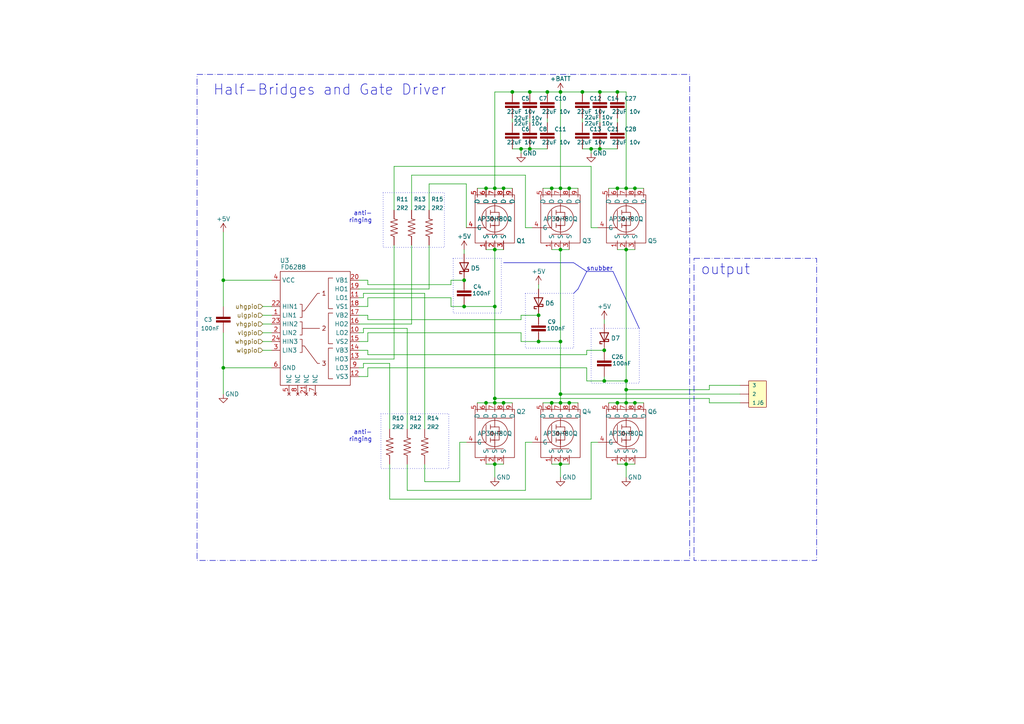
<source format=kicad_sch>
(kicad_sch (version 20231120) (generator "eeschema") (generator_version "8.0")
  (paper "A4")
  (lib_symbols
    (symbol "Device:D_Schottky" (pin_numbers hide) (pin_names (offset 1.016) hide)
      (property "Reference" "D" (at 0 2.54 0))
      (property "Value" "D_Schottky" (at 0 -2.54 0))
      (symbol "D_Schottky_0_1"
        (polyline (pts (xy 1.27 0) (xy -1.27 0)))
        (polyline (pts (xy 1.27 1.27) (xy 1.27 -1.27) (xy -1.27 0) (xy 1.27 1.27)) (stroke (width 0.254)))
        (polyline (pts (xy -1.905 0.635) (xy -1.905 1.27) (xy -1.27 1.27) (xy -1.27 -1.27) (xy -0.635 -1.27) (xy -0.635 -0.635)) (stroke (width 0.254)))
      )
      (symbol "D_Schottky_1_1"
        (pin passive line (at -3.81 0 0) (length 2.54) (name "K") (number "1"))
        (pin passive line (at 3.81 0 180) (length 2.54) (name "A") (number "2"))
      )
    )
    (symbol "motorgo_components:AP30H80Q"
      (property "Reference" "Q" (at -8.255 8.255 0))
      (symbol "AP30H80Q_0_1"
        (polyline (pts (xy -5.08 4.445) (xy 5.08 4.445)))
        (polyline (pts (xy -2.54 -4.445) (xy 2.54 -4.445)))
        (polyline (pts (xy -1.27 -1.27) (xy -1.27 -2.54)))
        (polyline (pts (xy -1.27 0.635) (xy -1.27 -0.635)))
        (polyline (pts (xy -1.27 2.54) (xy -1.27 1.27)))
        (polyline (pts (xy 0 -1.905) (xy 0 -4.445)))
        (polyline (pts (xy 0 1.905) (xy 0 4.445)))
        (polyline (pts (xy 0.635 0.635) (xy 1.905 0.635)))
        (polyline (pts (xy -0.635 0) (xy 0 0) (xy 0 -3.175)))
        (polyline (pts (xy 1.27 0.635) (xy 1.27 1.905) (xy 0 1.905)))
        (polyline (pts (xy -0.635 0.635) (xy -1.27 0) (xy -0.635 -0.635) (xy -0.635 0.635)))
        (polyline (pts (xy -5.715 -2.54) (xy -5.715 -2.54) (xy -5.715 -2.54) (xy -2.54 -2.54) (xy -2.54 2.54)))
        (polyline (pts (xy -0.635 -1.905) (xy 1.27 -1.905) (xy 1.27 0) (xy 0.635 0) (xy 1.27 0.635) (xy 1.905 0) (xy 1.27 0)))
        (circle (center 0 0) (radius 3.81))
      )
      (symbol "AP30H80Q_1_1"
        (rectangle (start -5.715 6.985) (end 5.715 -6.985))
        (polyline (pts (xy -1.27 -1.905) (xy 0 -1.905)))
        (polyline (pts (xy -1.27 1.905) (xy 0 1.905)))
        (pin input line (at -2.54 -8.89 90) (length 2.54) (name "S") (number "1"))
        (pin input line (at 0 -8.89 90) (length 2.54) (name "S") (number "2"))
        (pin input line (at 2.54 -8.89 90) (length 2.54) (name "S") (number "3"))
        (pin input line (at -8.255 -2.54 0) (length 2.54) (name "G") (number "4"))
        (pin input line (at -5.08 8.89 270) (length 2.54) (name "D") (number "5"))
        (pin input line (at -2.54 8.89 270) (length 2.54) (name "D") (number "6"))
        (pin input line (at 0 8.89 270) (length 2.54) (name "D") (number "7"))
        (pin input line (at 2.54 8.89 270) (length 2.54) (name "D") (number "8"))
        (pin input line (at 5.08 8.89 270) (length 2.54) (name "D") (number "9"))
      )
    )
    (symbol "motorgo_components:FD6288Q"
      (property "Reference" "U" (at -8.89 17.78 0))
      (symbol "FD6288Q_0_1"
        (rectangle (start -10.16 16.51) (end 10.16 -16.51))
        (polyline (pts (xy 5.08 -14.605) (xy 3.81 -14.605) (xy 3.81 -5.715) (xy 5.08 -5.715)))
        (polyline (pts (xy 5.08 -4.445) (xy 3.81 -4.445) (xy 3.81 4.445) (xy 5.08 4.445)))
        (polyline (pts (xy 5.08 5.715) (xy 3.81 5.715) (xy 3.81 14.605) (xy 5.08 14.605)))
      )
      (symbol "FD6288Q_1_1"
        (polyline (pts (xy -3.81 0) (xy 1.27 0)))
        (polyline (pts (xy -4.445 -6.985) (xy -3.81 -6.985) (xy -3.81 -3.175) (xy -4.445 -3.175)))
        (polyline (pts (xy -4.445 -1.905) (xy -3.81 -1.905) (xy -3.81 1.905) (xy -4.445 1.905)))
        (polyline (pts (xy -4.445 3.175) (xy -3.81 3.175) (xy -3.81 6.985) (xy -4.445 6.985)))
        (polyline (pts (xy -3.81 -5.08) (xy -3.175 -5.08) (xy 0.635 -10.16) (xy 1.27 -10.16)))
        (polyline (pts (xy -3.81 5.08) (xy -3.175 5.08) (xy 0.635 10.16) (xy 1.27 10.16)))
        (text "1" (at 2.54 10.16 0) (effects (font (size 1.27 1.27))))
        (text "2" (at 2.54 0 0) (effects (font (size 1.27 1.27))))
        (text "3" (at 2.54 -10.16 0) (effects (font (size 1.27 1.27))))
        (pin input line (at -12.7 3.81 0) (length 2.54) (name "LIN1") (number "1"))
        (pin output line (at 12.7 -1.27 180) (length 2.54) (name "LO2") (number "10"))
        (pin output line (at 12.7 8.89 180) (length 2.54) (name "LO1") (number "11"))
        (pin input line (at 12.7 -13.97 180) (length 2.54) (name "VS3") (number "12"))
        (pin output line (at 12.7 -8.89 180) (length 2.54) (name "HO3") (number "13"))
        (pin input line (at 12.7 -6.35 180) (length 2.54) (name "VB3") (number "14"))
        (pin input line (at 12.7 -3.81 180) (length 2.54) (name "VS2") (number "15"))
        (pin output line (at 12.7 1.27 180) (length 2.54) (name "HO2") (number "16"))
        (pin input line (at 12.7 3.81 180) (length 2.54) (name "VB2") (number "17"))
        (pin input line (at 12.7 6.35 180) (length 2.54) (name "VS1") (number "18"))
        (pin output line (at 12.7 11.43 180) (length 2.54) (name "HO1") (number "19"))
        (pin input line (at -12.7 -1.27 0) (length 2.54) (name "LIN2") (number "2"))
        (pin input line (at 12.7 13.97 180) (length 2.54) (name "VB1") (number "20"))
        (pin no_connect line (at -2.54 -19.05 90) (length 2.54) (name "NC") (number "21"))
        (pin input line (at -12.7 6.35 0) (length 2.54) (name "HIN1") (number "22"))
        (pin input line (at -12.7 1.27 0) (length 2.54) (name "HIN2") (number "23"))
        (pin input line (at -12.7 -3.81 0) (length 2.54) (name "HIN3") (number "24"))
        (pin input line (at -12.7 -6.35 0) (length 2.54) (name "LIN3") (number "3"))
        (pin power_in line (at -12.7 13.97 0) (length 2.54) (name "VCC") (number "4"))
        (pin no_connect line (at -7.62 -19.05 90) (length 2.54) (name "NC") (number "5"))
        (pin power_in line (at -12.7 -11.43 0) (length 2.54) (name "GND") (number "6"))
        (pin no_connect line (at 0 -19.05 90) (length 2.54) (name "NC") (number "7"))
        (pin no_connect line (at -5.08 -19.05 90) (length 2.54) (name "NC") (number "8"))
        (pin output line (at 12.7 -11.43 180) (length 2.54) (name "LO3") (number "9"))
      )
    )
    (symbol "power:+5V" (power) (pin_names (offset 0))
      (property "Value" "+5V" (at 0 3.556 0))
      (symbol "+5V_0_1"
        (polyline (pts (xy -0.762 1.27) (xy 0 2.54)))
        (polyline (pts (xy 0 0) (xy 0 2.54)))
        (polyline (pts (xy 0 2.54) (xy 0.762 1.27)))
      )
      (symbol "+5V_1_1"
        (pin power_in line (at 0 0 90) (length 0) hide (name "+5V") (number "1"))
      )
    )
    (symbol "power:+BATT" (power) (pin_names (offset 0))
      (property "Value" "+BATT" (at 0 3.556 0))
      (symbol "+BATT_0_1"
        (polyline (pts (xy -0.762 1.27) (xy 0 2.54)))
        (polyline (pts (xy 0 0) (xy 0 2.54)))
        (polyline (pts (xy 0 2.54) (xy 0.762 1.27)))
      )
      (symbol "+BATT_1_1"
        (pin power_in line (at 0 0 90) (length 0) hide (name "+BATT") (number "1"))
      )
    )
    (symbol "power:GND" (power) (pin_names (offset 0))
      (property "Value" "GND" (at 0 -3.81 0))
      (symbol "GND_0_1"
        (polyline (pts (xy 0 0) (xy 0 -1.27) (xy 1.27 -1.27) (xy 0 -2.54) (xy -1.27 -1.27) (xy 0 -1.27)))
      )
      (symbol "GND_1_1"
        (pin power_in line (at 0 0 270) (length 0) hide (name "GND") (number "1"))
      )
    )
    (symbol "sparkfun_capacitors:0.1UF-0402-16V-10%" (pin_numbers hide) (pin_names (offset 1.016) hide)
      (property "Reference" "C" (at 1.524 2.921 0))
      (property "Value" "0.1UF-0402-16V-10%" (at 1.524 -2.159 0))
      (property "Field4" "CAP-12416" (at 0 7.62 0))
      (symbol "0.1UF-0402-16V-10%_1_0"
        (polyline (pts (xy 0 0) (xy 0 0.508)))
        (polyline (pts (xy 0 2.54) (xy 0 2.032)))
      )
      (symbol "0.1UF-0402-16V-10%_1_1"
        (rectangle (start -2.032 0.508) (end 2.032 1.016) (fill (type outline)))
        (rectangle (start -2.032 1.524) (end 2.032 2.032) (fill (type outline)))
        (pin passive line (at 0 5.08 270) (length 2.54) (name "1") (number "1"))
        (pin passive line (at 0 -2.54 90) (length 2.54) (name "2") (number "2"))
      )
    )
    (symbol "sparkfun_connectors:CONN_03POLAR_LOCK" (pin_numbers hide) (pin_names (offset 1.016))
      (property "Reference" "J" (at -5.08 7.62 0))
      (property "Value" "CONN_03POLAR_LOCK" (at -5.08 -3.81 0))
      (property "Field4" "CONN-08625" (at 0 11.43 0))
      (symbol "CONN_03POLAR_LOCK_0_1"
        (rectangle (start -5.08 6.35) (end 0 -1.27) (fill (type background)))
      )
      (symbol "CONN_03POLAR_LOCK_1_1"
        (pin passive line (at 2.54 0 180) (length 2.54) (name "1") (number "1"))
        (pin passive line (at 2.54 2.54 180) (length 2.54) (name "2") (number "2"))
        (pin passive line (at 2.54 5.08 180) (length 2.54) (name "3") (number "3"))
      )
    )
    (symbol "sparkfun_resistors:RESISTOR0603" (pin_numbers hide) (pin_names (offset 1.016) hide)
      (property "Reference" "R" (at -5.08 1.27 0))
      (property "Value" "RESISTOR0603" (at -5.08 -3.81 0))
      (property "Field4" " " (at 0 5.08 0))
      (symbol "RESISTOR0603_1_0"
        (polyline (pts (xy -2.54 0) (xy -2.159 1.016)))
        (polyline (pts (xy -2.159 1.016) (xy -1.524 -1.016)))
        (polyline (pts (xy -1.524 -1.016) (xy -0.889 1.016)))
        (polyline (pts (xy -0.889 1.016) (xy -0.254 -1.016)))
        (polyline (pts (xy -0.254 -1.016) (xy 0.381 1.016)))
        (polyline (pts (xy 0.381 1.016) (xy 1.016 -1.016)))
        (polyline (pts (xy 1.016 -1.016) (xy 1.651 1.016)))
        (polyline (pts (xy 1.651 1.016) (xy 2.286 -1.016)))
        (polyline (pts (xy 2.286 -1.016) (xy 2.54 0)))
      )
      (symbol "RESISTOR0603_1_1"
        (pin passive line (at -5.08 0 0) (length 2.54) (name "1") (number "1"))
        (pin passive line (at 5.08 0 180) (length 2.54) (name "2") (number "2"))
      )
    )
  )
  (junction (at 64.77 81.28))
  (junction (at 156.21 91.44))
  (junction (at 179.07 116.84))
  (junction (at 158.75 26.67))
  (junction (at 148.59 26.67))
  (junction (at 143.51 54.61))
  (junction (at 181.61 134.62))
  (junction (at 143.51 88.9))
  (junction (at 160.02 54.61))
  (junction (at 165.1 116.84))
  (junction (at 179.07 26.67))
  (junction (at 165.1 54.61))
  (junction (at 175.26 101.6))
  (junction (at 179.07 54.61))
  (junction (at 64.77 106.68))
  (junction (at 181.61 116.84))
  (junction (at 156.21 99.06))
  (junction (at 151.13 43.18))
  (junction (at 146.05 54.61))
  (junction (at 168.91 26.67))
  (junction (at 162.56 54.61))
  (junction (at 162.56 72.39))
  (junction (at 160.02 116.84))
  (junction (at 173.99 43.18))
  (junction (at 143.51 72.39))
  (junction (at 162.56 26.67))
  (junction (at 162.56 99.06))
  (junction (at 162.56 114.3))
  (junction (at 181.61 72.39))
  (junction (at 173.99 26.67))
  (junction (at 181.61 110.49))
  (junction (at 162.56 134.62))
  (junction (at 175.26 110.49))
  (junction (at 146.05 116.84))
  (junction (at 181.61 54.61))
  (junction (at 153.67 43.18))
  (junction (at 184.15 116.84))
  (junction (at 184.15 54.61))
  (junction (at 140.97 116.84))
  (junction (at 143.51 134.62))
  (junction (at 134.62 81.28))
  (junction (at 171.45 43.18))
  (junction (at 181.61 113.03))
  (junction (at 143.51 116.84))
  (junction (at 140.97 54.61))
  (junction (at 134.62 88.9))
  (junction (at 153.67 26.67))
  (junction (at 162.56 116.84))
  (junction (at 143.51 115.57))
  (wire (pts (xy 106.68 82.55) (xy 106.68 81.28)))
  (wire (pts (xy 105.41 96.52) (xy 104.14 96.52)))
  (wire (pts (xy 124.46 53.34) (xy 135.255 53.34)))
  (wire (pts (xy 162.56 99.06) (xy 162.56 114.3)))
  (wire (pts (xy 160.02 134.62) (xy 162.56 134.62)))
  (wire (pts (xy 76.2 99.06) (xy 78.74 99.06)))
  (polyline (pts (xy 146.05 76.2) (xy 166.37 76.2)))
  (wire (pts (xy 106.68 109.22) (xy 106.68 106.68)))
  (wire (pts (xy 162.56 54.61) (xy 165.1 54.61)))
  (wire (pts (xy 114.3 60.96) (xy 114.3 48.26)))
  (wire (pts (xy 168.91 26.67) (xy 173.99 26.67)))
  (wire (pts (xy 184.15 116.84) (xy 186.69 116.84)))
  (wire (pts (xy 106.68 106.68) (xy 170.18 106.68)))
  (wire (pts (xy 205.74 111.76) (xy 214.63 111.76)))
  (wire (pts (xy 124.46 53.34) (xy 124.46 60.96)))
  (wire (pts (xy 171.45 144.78) (xy 113.03 144.78)))
  (wire (pts (xy 181.61 116.84) (xy 184.15 116.84)))
  (wire (pts (xy 162.56 114.3) (xy 162.56 116.84)))
  (wire (pts (xy 162.56 116.84) (xy 165.1 116.84)))
  (wire (pts (xy 181.61 113.03) (xy 205.74 113.03)))
  (wire (pts (xy 151.13 43.18) (xy 153.67 43.18)))
  (wire (pts (xy 146.05 54.61) (xy 148.59 54.61)))
  (wire (pts (xy 118.11 142.24) (xy 152.4 142.24)))
  (wire (pts (xy 105.41 95.25) (xy 118.11 95.25)))
  (wire (pts (xy 152.4 50.8) (xy 119.38 50.8)))
  (wire (pts (xy 173.99 34.29) (xy 173.99 35.56)))
  (wire (pts (xy 162.56 72.39) (xy 165.1 72.39)))
  (wire (pts (xy 64.77 96.52) (xy 64.77 106.68)))
  (wire (pts (xy 104.14 93.98) (xy 119.38 93.98)))
  (wire (pts (xy 158.75 26.67) (xy 162.56 26.67)))
  (wire (pts (xy 179.07 54.61) (xy 181.61 54.61)))
  (wire (pts (xy 151.13 92.71) (xy 151.13 91.44)))
  (wire (pts (xy 171.45 43.18) (xy 171.45 44.45)))
  (wire (pts (xy 76.2 91.44) (xy 78.74 91.44)))
  (wire (pts (xy 160.02 116.84) (xy 162.56 116.84)))
  (wire (pts (xy 106.68 82.55) (xy 130.81 82.55)))
  (wire (pts (xy 106.68 86.36) (xy 130.81 86.36)))
  (wire (pts (xy 123.19 139.7) (xy 123.19 134.62)))
  (wire (pts (xy 151.13 91.44) (xy 156.21 91.44)))
  (wire (pts (xy 105.41 86.36) (xy 104.14 86.36)))
  (wire (pts (xy 170.18 110.49) (xy 175.26 110.49)))
  (wire (pts (xy 179.07 116.84) (xy 181.61 116.84)))
  (wire (pts (xy 140.97 54.61) (xy 143.51 54.61)))
  (wire (pts (xy 175.26 110.49) (xy 181.61 110.49)))
  (wire (pts (xy 143.51 26.67) (xy 143.51 54.61)))
  (wire (pts (xy 104.14 83.82) (xy 124.46 83.82)))
  (wire (pts (xy 148.59 34.29) (xy 148.59 35.56)))
  (wire (pts (xy 171.45 48.26) (xy 171.45 66.04)))
  (wire (pts (xy 138.43 116.84) (xy 140.97 116.84)))
  (wire (pts (xy 143.51 26.67) (xy 148.59 26.67)))
  (wire (pts (xy 151.13 96.52) (xy 151.13 99.06)))
  (wire (pts (xy 143.51 116.84) (xy 146.05 116.84)))
  (wire (pts (xy 151.13 99.06) (xy 156.21 99.06)))
  (polyline (pts (xy 177.8 78.74) (xy 170.18 78.74)))
  (wire (pts (xy 179.07 72.39) (xy 181.61 72.39)))
  (wire (pts (xy 76.2 88.9) (xy 78.74 88.9)))
  (wire (pts (xy 106.68 81.28) (xy 104.14 81.28)))
  (wire (pts (xy 153.67 26.67) (xy 158.75 26.67)))
  (wire (pts (xy 156.21 82.55) (xy 156.21 83.82)))
  (wire (pts (xy 181.61 72.39) (xy 181.61 110.49)))
  (wire (pts (xy 205.74 116.84) (xy 205.74 115.57)))
  (wire (pts (xy 133.35 139.7) (xy 123.19 139.7)))
  (wire (pts (xy 146.05 116.84) (xy 148.59 116.84)))
  (wire (pts (xy 152.4 66.04) (xy 154.305 66.04)))
  (wire (pts (xy 170.18 102.87) (xy 170.18 101.6)))
  (wire (pts (xy 124.46 71.12) (xy 124.46 83.82)))
  (wire (pts (xy 140.97 72.39) (xy 143.51 72.39)))
  (wire (pts (xy 130.81 81.28) (xy 134.62 81.28)))
  (wire (pts (xy 78.74 81.28) (xy 64.77 81.28)))
  (wire (pts (xy 152.4 128.27) (xy 154.305 128.27)))
  (wire (pts (xy 153.67 34.29) (xy 153.67 35.56)))
  (wire (pts (xy 64.77 106.68) (xy 64.77 114.3)))
  (wire (pts (xy 76.2 96.52) (xy 78.74 96.52)))
  (wire (pts (xy 104.14 109.22) (xy 106.68 109.22)))
  (wire (pts (xy 152.4 128.27) (xy 152.4 142.24)))
  (wire (pts (xy 153.67 26.67) (xy 148.59 26.67)))
  (polyline (pts (xy 167.64 83.82) (xy 166.37 85.09)))
  (wire (pts (xy 143.51 134.62) (xy 146.05 134.62)))
  (wire (pts (xy 143.51 88.9) (xy 143.51 115.57)))
  (wire (pts (xy 114.3 104.14) (xy 114.3 71.12)))
  (wire (pts (xy 151.13 43.18) (xy 151.13 44.45)))
  (wire (pts (xy 181.61 134.62) (xy 181.61 138.43)))
  (wire (pts (xy 205.74 113.03) (xy 205.74 111.76)))
  (wire (pts (xy 184.15 54.61) (xy 186.69 54.61)))
  (wire (pts (xy 143.51 134.62) (xy 143.51 138.43)))
  (wire (pts (xy 106.68 88.9) (xy 104.14 88.9)))
  (wire (pts (xy 171.45 66.04) (xy 173.355 66.04)))
  (wire (pts (xy 134.62 72.39) (xy 134.62 73.66)))
  (wire (pts (xy 158.75 34.29) (xy 158.75 35.56)))
  (wire (pts (xy 133.35 128.27) (xy 135.255 128.27)))
  (wire (pts (xy 64.77 106.68) (xy 78.74 106.68)))
  (wire (pts (xy 119.38 50.8) (xy 119.38 60.96)))
  (wire (pts (xy 181.61 113.03) (xy 181.61 116.84)))
  (wire (pts (xy 165.1 116.84) (xy 167.64 116.84)))
  (wire (pts (xy 157.48 116.84) (xy 160.02 116.84)))
  (wire (pts (xy 175.26 109.22) (xy 175.26 110.49)))
  (wire (pts (xy 181.61 134.62) (xy 184.15 134.62)))
  (wire (pts (xy 171.45 128.27) (xy 171.45 144.78)))
  (wire (pts (xy 162.56 26.67) (xy 168.91 26.67)))
  (wire (pts (xy 106.68 92.71) (xy 151.13 92.71)))
  (wire (pts (xy 179.07 34.29) (xy 179.07 35.56)))
  (wire (pts (xy 152.4 50.8) (xy 152.4 66.04)))
  (wire (pts (xy 173.99 26.67) (xy 179.07 26.67)))
  (wire (pts (xy 64.77 81.28) (xy 64.77 67.31)))
  (wire (pts (xy 181.61 110.49) (xy 181.61 113.03)))
  (wire (pts (xy 173.99 43.18) (xy 179.07 43.18)))
  (wire (pts (xy 104.14 99.06) (xy 106.68 99.06)))
  (wire (pts (xy 181.61 26.67) (xy 179.07 26.67)))
  (wire (pts (xy 171.45 128.27) (xy 173.355 128.27)))
  (wire (pts (xy 176.53 116.84) (xy 179.07 116.84)))
  (wire (pts (xy 123.19 124.46) (xy 123.19 85.09)))
  (wire (pts (xy 104.14 101.6) (xy 106.68 101.6)))
  (wire (pts (xy 105.41 105.41) (xy 105.41 106.68)))
  (wire (pts (xy 143.51 115.57) (xy 205.74 115.57)))
  (wire (pts (xy 168.91 34.29) (xy 168.91 35.56)))
  (wire (pts (xy 130.81 88.9) (xy 134.62 88.9)))
  (wire (pts (xy 162.56 72.39) (xy 162.56 99.06)))
  (wire (pts (xy 106.68 86.36) (xy 106.68 88.9)))
  (wire (pts (xy 76.2 93.98) (xy 78.74 93.98)))
  (polyline (pts (xy 166.37 76.2) (xy 170.18 78.74)))
  (wire (pts (xy 156.21 99.06) (xy 162.56 99.06)))
  (wire (pts (xy 113.03 105.41) (xy 105.41 105.41)))
  (wire (pts (xy 106.68 96.52) (xy 151.13 96.52)))
  (wire (pts (xy 104.14 104.14) (xy 114.3 104.14)))
  (wire (pts (xy 113.03 124.46) (xy 113.03 105.41)))
  (wire (pts (xy 140.97 134.62) (xy 143.51 134.62)))
  (wire (pts (xy 143.51 72.39) (xy 146.05 72.39)))
  (wire (pts (xy 123.19 85.09) (xy 105.41 85.09)))
  (wire (pts (xy 104.14 91.44) (xy 106.68 91.44)))
  (wire (pts (xy 104.14 106.68) (xy 105.41 106.68)))
  (wire (pts (xy 106.68 101.6) (xy 106.68 102.87)))
  (wire (pts (xy 160.02 54.61) (xy 162.56 54.61)))
  (wire (pts (xy 160.02 72.39) (xy 162.56 72.39)))
  (wire (pts (xy 181.61 54.61) (xy 184.15 54.61)))
  (wire (pts (xy 133.35 128.27) (xy 133.35 139.7)))
  (wire (pts (xy 179.07 134.62) (xy 181.61 134.62)))
  (wire (pts (xy 176.53 54.61) (xy 179.07 54.61)))
  (wire (pts (xy 168.91 43.18) (xy 171.45 43.18)))
  (wire (pts (xy 113.03 144.78) (xy 113.03 134.62)))
  (wire (pts (xy 105.41 95.25) (xy 105.41 96.52)))
  (wire (pts (xy 106.68 91.44) (xy 106.68 92.71)))
  (wire (pts (xy 118.11 95.25) (xy 118.11 124.46)))
  (wire (pts (xy 175.26 92.71) (xy 175.26 93.98)))
  (wire (pts (xy 143.51 115.57) (xy 143.51 116.84)))
  (polyline (pts (xy 167.64 83.82) (xy 170.18 78.74)))
  (wire (pts (xy 138.43 54.61) (xy 140.97 54.61)))
  (wire (pts (xy 140.97 116.84) (xy 143.51 116.84)))
  (wire (pts (xy 106.68 102.87) (xy 170.18 102.87)))
  (wire (pts (xy 157.48 54.61) (xy 160.02 54.61)))
  (wire (pts (xy 170.18 101.6) (xy 175.26 101.6)))
  (wire (pts (xy 162.56 26.67) (xy 162.56 54.61)))
  (wire (pts (xy 162.56 114.3) (xy 214.63 114.3)))
  (wire (pts (xy 76.2 101.6) (xy 78.74 101.6)))
  (wire (pts (xy 153.67 43.18) (xy 158.75 43.18)))
  (wire (pts (xy 148.59 43.18) (xy 151.13 43.18)))
  (wire (pts (xy 118.11 134.62) (xy 118.11 142.24)))
  (polyline (pts (xy 185.42 95.25) (xy 177.8 78.74)))
  (wire (pts (xy 181.61 26.67) (xy 181.61 54.61)))
  (wire (pts (xy 162.56 134.62) (xy 165.1 134.62)))
  (wire (pts (xy 106.68 99.06) (xy 106.68 96.52)))
  (wire (pts (xy 181.61 72.39) (xy 184.15 72.39)))
  (wire (pts (xy 130.81 82.55) (xy 130.81 81.28)))
  (wire (pts (xy 143.51 54.61) (xy 146.05 54.61)))
  (wire (pts (xy 171.45 43.18) (xy 173.99 43.18)))
  (wire (pts (xy 64.77 81.28) (xy 64.77 88.9)))
  (wire (pts (xy 205.74 116.84) (xy 214.63 116.84)))
  (wire (pts (xy 105.41 85.09) (xy 105.41 86.36)))
  (wire (pts (xy 135.255 53.34) (xy 135.255 66.04)))
  (wire (pts (xy 170.18 106.68) (xy 170.18 110.49)))
  (wire (pts (xy 114.3 48.26) (xy 171.45 48.26)))
  (wire (pts (xy 143.51 72.39) (xy 143.51 88.9)))
  (wire (pts (xy 165.1 54.61) (xy 167.64 54.61)))
  (wire (pts (xy 162.56 134.62) (xy 162.56 138.43)))
  (wire (pts (xy 130.81 86.36) (xy 130.81 88.9)))
  (wire (pts (xy 119.38 71.12) (xy 119.38 93.98)))
  (wire (pts (xy 134.62 88.9) (xy 143.51 88.9)))
  (rectangle (start 201.295 74.93) (end 236.855 162.56) (stroke (width 0) (type dash_dot)))
  (rectangle (start 111.125 55.88) (end 128.905 71.755) (stroke (width 0) (type dot)))
  (rectangle (start 152.4 85.09) (end 166.37 100.965) (stroke (width 0) (type dot)))
  (rectangle (start 57.15 21.59) (end 200.025 162.56) (stroke (width 0) (type dash_dot)))
  (rectangle (start 131.445 74.93) (end 145.415 90.805) (stroke (width 0) (type dot)))
  (rectangle (start 171.45 95.25) (end 185.42 111.125) (stroke (width 0) (type dot)))
  (rectangle (start 110.49 120.015) (end 130.175 135.89) (stroke (width 0) (type dot)))
  (text "output" (at 203.2 80.01 0) (effects (font (size 3 3)) (justify left bottom)))
  (text "anti-\nringing" (at 107.95 128.27 0) (effects (font (size 1.27 1.27)) (justify right bottom)))
  (text "Half-Bridges and Gate Driver\n" (at 129.54 27.94 0) (effects (font (size 3 3)) (justify right bottom)))
  (text "anti-\nringing" (at 107.95 64.77 0) (effects (font (size 1.27 1.27)) (justify right bottom)))
  (text "snubber\n" (at 177.8 78.74 0) (effects (font (size 1.27 1.27)) (justify right bottom)))
  (hierarchical_label "ulgpio" (shape input) (at 76.2 91.44 180))
  (hierarchical_label "vhgpio" (shape input) (at 76.2 93.98 180))
  (hierarchical_label "uhgpio" (shape input) (at 76.2 88.9 180))
  (hierarchical_label "vlgpio" (shape input) (at 76.2 96.52 180))
  (hierarchical_label "wlgpio" (shape input) (at 76.2 101.6 180))
  (hierarchical_label "whgpio" (shape input) (at 76.2 99.06 180))
  (symbol (lib_id "sparkfun_connectors:CONN_03POLAR_LOCK") (at 217.17 116.84 0) (mirror y) (unit 1)
    (property "Reference" "J6" (at 219.4531 116.814 0) (effects (font (size 1.143 1.143)) (justify right)))
    (property "Value" "DNP" (effects (hide yes)))
    (property "Footprint" "Awesome_Alex_Library:3 phase motor" (effects (hide yes)))
    (property "Field4" "CONN-08625" (effects (hide yes)))
    (property "LCSC_Part_Number" "-" (effects (hide yes)))
  )
  (symbol (lib_id "motorgo_components:AP30H80Q") (at 162.56 125.73 0) (unit 1)
    (property "Reference" "Q4" (at 170.18 119.38 0))
    (property "Value" "AP30H80Q" (at 162.56 125.73 0))
    (property "Footprint" "kicad_lceda:AP30H80Q_DFN-8" (effects (hide yes)))
    (property "Datasheet" "https://datasheet.lcsc.com/lcsc/2105241819_ALLPOWER-ShenZhen-Quan-Li-Semiconductor-AP30H80Q_C2828592.pdf" (effects (hide yes)))
    (property "LCSC_Part_Number" "C2828592" (effects (hide yes)))
  )
  (symbol (lib_id "sparkfun_resistors:RESISTOR0603") (at 123.19 129.54 90) (unit 1)
    (property "Reference" "R14" (at 123.825 121.285 90) (effects (font (size 1.143 1.143)) (justify right)))
    (property "Value" "2R2" (at 123.825 123.825 90) (effects (font (size 1.143 1.143)) (justify right)))
    (property "Footprint" "Resistor_SMD:R_0402_1005Metric" (effects (hide yes)))
    (property "Field4" " " (at 125.73 132.715 90) (effects (font (size 1.524 1.524)) (justify right)))
    (property "LCSC_Part_Number" "C25158" (effects (hide yes)))
  )
  (symbol (lib_id "sparkfun_capacitors:0.1UF-0402-16V-10%") (at 179.07 29.21 180) (unit 1)
    (property "Reference" "C27" (at 182.88 28.575 0) (effects (font (size 1.143 1.143))))
    (property "Value" "22uF 10v" (at 181.61 32.385 0) (effects (font (size 1.143 1.143))))
    (property "Footprint" "Capacitor_SMD:C_0402_1005Metric" (effects (hide yes)))
    (property "Datasheet" "https://datasheet.lcsc.com/lcsc/2308111745_Murata-Electronics-GRM158R61A226ME15D_C3845593.pdf" (effects (hide yes)))
    (property "Field4" "CAP-12416" (effects (hide yes)))
    (property "LCSC_Part_Number" "C3845593" (effects (hide yes)))
  )
  (symbol (lib_id "power:GND") (at 143.51 138.43 0) (unit 1)
    (property "Reference" "#PWR032" (effects (hide yes)))
    (property "Value" "GND" (at 146.05 138.43 0))
  )
  (symbol (lib_id "motorgo_components:AP30H80Q") (at 181.61 63.5 0) (unit 1)
    (property "Reference" "Q5" (at 189.23 69.85 0))
    (property "Value" "AP30H80Q" (at 181.61 63.5 0))
    (property "Footprint" "kicad_lceda:AP30H80Q_DFN-8" (effects (hide yes)))
    (property "Datasheet" "https://datasheet.lcsc.com/lcsc/2105241819_ALLPOWER-ShenZhen-Quan-Li-Semiconductor-AP30H80Q_C2828592.pdf" (effects (hide yes)))
    (property "LCSC_Part_Number" "C2828592" (effects (hide yes)))
  )
  (symbol (lib_id "motorgo_components:FD6288Q") (at 91.44 95.25 0) (unit 1)
    (property "Reference" "U3" (at 82.55 75.565 0))
    (property "Value" "FD6288" (at 85.09 77.47 0))
    (property "Footprint" "kicad_lceda:FD6288Q_QFN-24" (effects (hide yes)))
    (property "Datasheet" "https://datasheet.lcsc.com/lcsc/1811131655_Fortior-Tech-FD6288Q_C328453.pdf" (effects (hide yes)))
    (property "LCSC_Part_Number" "C328453" (effects (hide yes)))
  )
  (symbol (lib_id "motorgo_components:AP30H80Q") (at 181.61 125.73 0) (unit 1)
    (property "Reference" "Q6" (at 189.23 119.38 0))
    (property "Value" "AP30H80Q" (at 181.61 125.73 0))
    (property "Footprint" "kicad_lceda:AP30H80Q_DFN-8" (effects (hide yes)))
    (property "Datasheet" "https://datasheet.lcsc.com/lcsc/2105241819_ALLPOWER-ShenZhen-Quan-Li-Semiconductor-AP30H80Q_C2828592.pdf" (effects (hide yes)))
    (property "LCSC_Part_Number" "C2828592" (effects (hide yes)))
  )
  (symbol (lib_id "sparkfun_capacitors:0.1UF-0402-16V-10%") (at 168.91 29.21 180) (unit 1)
    (property "Reference" "C12" (at 172.72 28.575 0) (effects (font (size 1.143 1.143))))
    (property "Value" "22uF 10v" (at 171.45 32.385 0) (effects (font (size 1.143 1.143))))
    (property "Footprint" "Capacitor_SMD:C_0402_1005Metric" (effects (hide yes)))
    (property "Datasheet" "https://datasheet.lcsc.com/lcsc/2308111745_Murata-Electronics-GRM158R61A226ME15D_C3845593.pdf" (effects (hide yes)))
    (property "Field4" "CAP-12416" (effects (hide yes)))
    (property "LCSC_Part_Number" "C3845593" (effects (hide yes)))
  )
  (symbol (lib_id "sparkfun_capacitors:0.1UF-0402-16V-10%") (at 179.07 38.1 180) (unit 1)
    (property "Reference" "C28" (at 182.88 37.465 0) (effects (font (size 1.143 1.143))))
    (property "Value" "22uF 10v" (at 181.61 41.275 0) (effects (font (size 1.143 1.143))))
    (property "Footprint" "Capacitor_SMD:C_0402_1005Metric" (effects (hide yes)))
    (property "Datasheet" "https://datasheet.lcsc.com/lcsc/2308111745_Murata-Electronics-GRM158R61A226ME15D_C3845593.pdf" (effects (hide yes)))
    (property "Field4" "CAP-12416" (effects (hide yes)))
    (property "LCSC_Part_Number" "C3845593" (effects (hide yes)))
  )
  (symbol (lib_id "power:GND") (at 64.77 114.3 0) (unit 1)
    (property "Reference" "#PWR030" (effects (hide yes)))
    (property "Value" "GND" (at 67.31 114.3 0))
  )
  (symbol (lib_id "power:GND") (at 171.45 44.45 0) (unit 1)
    (property "Reference" "#PWR037" (effects (hide yes)))
    (property "Value" "GND" (at 173.99 44.45 0))
  )
  (symbol (lib_id "sparkfun_resistors:RESISTOR0603") (at 118.11 129.54 90) (unit 1)
    (property "Reference" "R12" (at 118.745 121.285 90) (effects (font (size 1.143 1.143)) (justify right)))
    (property "Value" "2R2" (at 118.745 123.825 90) (effects (font (size 1.143 1.143)) (justify right)))
    (property "Footprint" "Resistor_SMD:R_0402_1005Metric" (effects (hide yes)))
    (property "Field4" " " (at 120.65 132.715 90) (effects (font (size 1.524 1.524)) (justify right)))
    (property "LCSC_Part_Number" "C25158" (effects (hide yes)))
  )
  (symbol (lib_id "sparkfun_capacitors:0.1UF-0402-16V-10%") (at 153.67 29.21 180) (unit 1)
    (property "Reference" "C7" (at 157.48 28.575 0) (effects (font (size 1.143 1.143))))
    (property "Value" "22uF 10v" (at 153.162 34.29 0) (effects (font (size 1.143 1.143))))
    (property "Footprint" "Capacitor_SMD:C_0402_1005Metric" (effects (hide yes)))
    (property "Datasheet" "https://datasheet.lcsc.com/lcsc/2308111745_Murata-Electronics-GRM158R61A226ME15D_C3845593.pdf" (effects (hide yes)))
    (property "Field4" "CAP-12416" (effects (hide yes)))
    (property "LCSC_Part_Number" "C3845593" (effects (hide yes)))
  )
  (symbol (lib_id "sparkfun_capacitors:0.1UF-0402-16V-10%") (at 175.26 104.14 180) (unit 1)
    (property "Reference" "C26" (at 179.07 103.505 0) (effects (font (size 1.143 1.143))))
    (property "Value" "100nF" (at 180.34 105.41 0) (effects (font (size 1.143 1.143))))
    (property "Footprint" "Capacitor_SMD:C_0402_1005Metric" (effects (hide yes)))
    (property "Datasheet" "https://datasheet.lcsc.com/lcsc/2203221430_YAGEO-CC0402KRX7R7BB104_C60474.pdf" (effects (hide yes)))
    (property "Field4" "CAP-12416" (effects (hide yes)))
    (property "LCSC_Part_Number" "C60474" (effects (hide yes)))
    (property "Manufacturer_Part_Number" "CC0402KRX7R7BB104" (effects (hide yes)))
  )
  (symbol (lib_id "power:GND") (at 162.56 138.43 0) (unit 1)
    (property "Reference" "#PWR036" (effects (hide yes)))
    (property "Value" "GND" (at 165.1 138.43 0))
  )
  (symbol (lib_id "sparkfun_capacitors:0.1UF-0402-16V-10%") (at 148.59 38.1 180) (unit 1)
    (property "Reference" "C6" (at 152.4 37.465 0) (effects (font (size 1.143 1.143))))
    (property "Value" "22uF 10v" (at 151.13 41.275 0) (effects (font (size 1.143 1.143))))
    (property "Footprint" "Capacitor_SMD:C_0402_1005Metric" (effects (hide yes)))
    (property "Datasheet" "https://datasheet.lcsc.com/lcsc/2308111745_Murata-Electronics-GRM158R61A226ME15D_C3845593.pdf" (effects (hide yes)))
    (property "Field4" "CAP-12416" (effects (hide yes)))
    (property "LCSC_Part_Number" "C3845593" (effects (hide yes)))
  )
  (symbol (lib_id "power:+5V") (at 175.26 92.71 0) (unit 1)
    (property "Reference" "#PWR039" (effects (hide yes)))
    (property "Value" "+5V" (at 175.26 88.9 0))
  )
  (symbol (lib_id "power:GND") (at 151.13 44.45 0) (unit 1)
    (property "Reference" "#PWR033" (effects (hide yes)))
    (property "Value" "GND" (at 153.67 44.45 0))
  )
  (symbol (lib_id "sparkfun_capacitors:0.1UF-0402-16V-10%") (at 64.77 93.98 0) (unit 1)
    (property "Reference" "C3" (at 60.325 92.71 0) (effects (font (size 1.143 1.143))))
    (property "Value" "100nF" (at 60.96 95.25 0) (effects (font (size 1.143 1.143))))
    (property "Footprint" "Capacitor_SMD:C_0402_1005Metric" (effects (hide yes)))
    (property "Datasheet" "https://datasheet.lcsc.com/lcsc/2203221430_YAGEO-CC0402KRX7R7BB104_C60474.pdf" (effects (hide yes)))
    (property "Field4" "CAP-12416" (effects (hide yes)))
    (property "LCSC_Part_Number" "C60474" (effects (hide yes)))
    (property "Manufacturer_Part_Number" "CC0402KRX7R7BB104" (effects (hide yes)))
  )
  (symbol (lib_id "sparkfun_capacitors:0.1UF-0402-16V-10%") (at 158.75 38.1 180) (unit 1)
    (property "Reference" "C11" (at 162.56 37.465 0) (effects (font (size 1.143 1.143))))
    (property "Value" "22uF 10v" (at 161.29 41.275 0) (effects (font (size 1.143 1.143))))
    (property "Footprint" "Capacitor_SMD:C_0402_1005Metric" (effects (hide yes)))
    (property "Datasheet" "https://datasheet.lcsc.com/lcsc/2308111745_Murata-Electronics-GRM158R61A226ME15D_C3845593.pdf" (effects (hide yes)))
    (property "Field4" "CAP-12416" (effects (hide yes)))
    (property "LCSC_Part_Number" "C3845593" (effects (hide yes)))
  )
  (symbol (lib_id "sparkfun_capacitors:0.1UF-0402-16V-10%") (at 153.67 38.1 180) (unit 1)
    (property "Reference" "C8" (at 157.48 37.465 0) (effects (font (size 1.143 1.143))))
    (property "Value" "22uF 10v" (at 153.162 35.814 0) (effects (font (size 1.143 1.143))))
    (property "Footprint" "Capacitor_SMD:C_0402_1005Metric" (effects (hide yes)))
    (property "Datasheet" "https://datasheet.lcsc.com/lcsc/2308111745_Murata-Electronics-GRM158R61A226ME15D_C3845593.pdf" (effects (hide yes)))
    (property "Field4" "CAP-12416" (effects (hide yes)))
    (property "LCSC_Part_Number" "C3845593" (effects (hide yes)))
  )
  (symbol (lib_id "power:+5V") (at 64.77 67.31 0) (unit 1)
    (property "Reference" "#PWR029" (effects (hide yes)))
    (property "Value" "+5V" (at 64.77 63.5 0))
  )
  (symbol (lib_id "sparkfun_capacitors:0.1UF-0402-16V-10%") (at 173.99 38.1 180) (unit 1)
    (property "Reference" "C21" (at 177.8 37.465 0) (effects (font (size 1.143 1.143))))
    (property "Value" "22uF 10v" (at 173.609 35.814 0) (effects (font (size 1.143 1.143))))
    (property "Footprint" "Capacitor_SMD:C_0402_1005Metric" (effects (hide yes)))
    (property "Datasheet" "https://datasheet.lcsc.com/lcsc/2308111745_Murata-Electronics-GRM158R61A226ME15D_C3845593.pdf" (effects (hide yes)))
    (property "Field4" "CAP-12416" (effects (hide yes)))
    (property "LCSC_Part_Number" "C3845593" (effects (hide yes)))
  )
  (symbol (lib_id "motorgo_components:AP30H80Q") (at 143.51 125.73 0) (unit 1)
    (property "Reference" "Q2" (at 151.13 119.38 0))
    (property "Value" "AP30H80Q" (at 143.51 125.73 0))
    (property "Footprint" "kicad_lceda:AP30H80Q_DFN-8" (effects (hide yes)))
    (property "Datasheet" "https://datasheet.lcsc.com/lcsc/2105241819_ALLPOWER-ShenZhen-Quan-Li-Semiconductor-AP30H80Q_C2828592.pdf" (effects (hide yes)))
    (property "LCSC_Part_Number" "C2828592" (effects (hide yes)))
  )
  (symbol (lib_id "Device:D_Schottky") (at 156.21 87.63 90) (unit 1)
    (property "Reference" "D6" (at 158.115 87.9475 90) (effects (justify right)))
    (property "Value" "D_Schottky" (effects (hide yes)))
    (property "Footprint" "LCSC_parts:B5819WS_SOD-323" (effects (hide yes)))
    (property "LCSC_Part_Number" "C7420331" (effects (hide yes)))
  )
  (symbol (lib_id "power:+5V") (at 134.62 72.39 0) (unit 1)
    (property "Reference" "#PWR031" (effects (hide yes)))
    (property "Value" "+5V" (at 134.62 68.58 0))
  )
  (symbol (lib_id "sparkfun_resistors:RESISTOR0603") (at 114.3 66.04 90) (unit 1)
    (property "Reference" "R11" (at 114.935 57.785 90) (effects (font (size 1.143 1.143)) (justify right)))
    (property "Value" "2R2" (at 114.935 60.325 90) (effects (font (size 1.143 1.143)) (justify right)))
    (property "Footprint" "Resistor_SMD:R_0402_1005Metric" (effects (hide yes)))
    (property "Field4" " " (at 116.84 69.215 90) (effects (font (size 1.524 1.524)) (justify right)))
    (property "LCSC_Part_Number" "C25158" (effects (hide yes)))
  )
  (symbol (lib_id "motorgo_components:AP30H80Q") (at 143.51 63.5 0) (unit 1)
    (property "Reference" "Q1" (at 151.13 69.85 0))
    (property "Value" "AP30H80Q" (at 143.51 63.5 0))
    (property "Footprint" "kicad_lceda:AP30H80Q_DFN-8" (effects (hide yes)))
    (property "Datasheet" "https://datasheet.lcsc.com/lcsc/2105241819_ALLPOWER-ShenZhen-Quan-Li-Semiconductor-AP30H80Q_C2828592.pdf" (effects (hide yes)))
    (property "LCSC_Part_Number" "C2828592" (effects (hide yes)))
  )
  (symbol (lib_id "sparkfun_capacitors:0.1UF-0402-16V-10%") (at 173.99 29.21 180) (unit 1)
    (property "Reference" "C14" (at 177.8 28.575 0) (effects (font (size 1.143 1.143))))
    (property "Value" "22uF 10v" (at 173.609 34.036 0) (effects (font (size 1.143 1.143))))
    (property "Footprint" "Capacitor_SMD:C_0402_1005Metric" (effects (hide yes)))
    (property "Datasheet" "https://datasheet.lcsc.com/lcsc/2308111745_Murata-Electronics-GRM158R61A226ME15D_C3845593.pdf" (effects (hide yes)))
    (property "Field4" "CAP-12416" (effects (hide yes)))
    (property "LCSC_Part_Number" "C3845593" (effects (hide yes)))
  )
  (symbol (lib_id "sparkfun_capacitors:0.1UF-0402-16V-10%") (at 156.21 93.98 180) (unit 1)
    (property "Reference" "C9" (at 160.02 93.345 0) (effects (font (size 1.143 1.143))))
    (property "Value" "100nF" (at 161.29 95.25 0) (effects (font (size 1.143 1.143))))
    (property "Footprint" "Capacitor_SMD:C_0402_1005Metric" (effects (hide yes)))
    (property "Datasheet" "https://datasheet.lcsc.com/lcsc/2203221430_YAGEO-CC0402KRX7R7BB104_C60474.pdf" (effects (hide yes)))
    (property "Field4" "CAP-12416" (effects (hide yes)))
    (property "LCSC_Part_Number" "C60474" (effects (hide yes)))
    (property "Manufacturer_Part_Number" "CC0402KRX7R7BB104" (effects (hide yes)))
  )
  (symbol (lib_id "sparkfun_capacitors:0.1UF-0402-16V-10%") (at 158.75 29.21 180) (unit 1)
    (property "Reference" "C10" (at 162.56 28.575 0) (effects (font (size 1.143 1.143))))
    (property "Value" "22uF 10v" (at 161.29 32.385 0) (effects (font (size 1.143 1.143))))
    (property "Footprint" "Capacitor_SMD:C_0402_1005Metric" (effects (hide yes)))
    (property "Datasheet" "https://datasheet.lcsc.com/lcsc/2308111745_Murata-Electronics-GRM158R61A226ME15D_C3845593.pdf" (effects (hide yes)))
    (property "Field4" "CAP-12416" (effects (hide yes)))
    (property "LCSC_Part_Number" "C3845593" (effects (hide yes)))
  )
  (symbol (lib_id "power:+5V") (at 156.21 82.55 0) (unit 1)
    (property "Reference" "#PWR034" (effects (hide yes)))
    (property "Value" "+5V" (at 156.21 78.74 0))
  )
  (symbol (lib_id "sparkfun_resistors:RESISTOR0603") (at 119.38 66.04 90) (unit 1)
    (property "Reference" "R13" (at 120.015 57.785 90) (effects (font (size 1.143 1.143)) (justify right)))
    (property "Value" "2R2" (at 120.015 60.325 90) (effects (font (size 1.143 1.143)) (justify right)))
    (property "Footprint" "Resistor_SMD:R_0402_1005Metric" (effects (hide yes)))
    (property "Field4" " " (at 121.92 69.215 90) (effects (font (size 1.524 1.524)) (justify right)))
    (property "LCSC_Part_Number" "C25158" (effects (hide yes)))
  )
  (symbol (lib_id "sparkfun_capacitors:0.1UF-0402-16V-10%") (at 134.62 83.82 180) (unit 1)
    (property "Reference" "C4" (at 138.43 83.185 0) (effects (font (size 1.143 1.143))))
    (property "Value" "100nF" (at 139.7 85.09 0) (effects (font (size 1.143 1.143))))
    (property "Footprint" "Capacitor_SMD:C_0402_1005Metric" (effects (hide yes)))
    (property "Datasheet" "https://datasheet.lcsc.com/lcsc/2203221430_YAGEO-CC0402KRX7R7BB104_C60474.pdf" (effects (hide yes)))
    (property "Field4" "CAP-12416" (effects (hide yes)))
    (property "LCSC_Part_Number" "C60474" (effects (hide yes)))
    (property "Manufacturer_Part_Number" "CC0402KRX7R7BB104" (effects (hide yes)))
  )
  (symbol (lib_id "Device:D_Schottky") (at 134.62 77.47 90) (unit 1)
    (property "Reference" "D5" (at 136.525 77.7875 90) (effects (justify right)))
    (property "Value" "D_Schottky" (effects (hide yes)))
    (property "Footprint" "LCSC_parts:B5819WS_SOD-323" (effects (hide yes)))
    (property "LCSC_Part_Number" "C7420331" (effects (hide yes)))
  )
  (symbol (lib_id "Device:D_Schottky") (at 175.26 97.79 90) (unit 1)
    (property "Reference" "D7" (at 177.165 98.1075 90) (effects (justify right)))
    (property "Value" "D_Schottky" (effects (hide yes)))
    (property "Footprint" "LCSC_parts:B5819WS_SOD-323" (effects (hide yes)))
    (property "LCSC_Part_Number" "C7420331" (effects (hide yes)))
  )
  (symbol (lib_id "sparkfun_resistors:RESISTOR0603") (at 124.46 66.04 90) (unit 1)
    (property "Reference" "R15" (at 125.095 57.785 90) (effects (font (size 1.143 1.143)) (justify right)))
    (property "Value" "2R2" (at 125.095 60.325 90) (effects (font (size 1.143 1.143)) (justify right)))
    (property "Footprint" "Resistor_SMD:R_0402_1005Metric" (effects (hide yes)))
    (property "Field4" " " (at 127 69.215 90) (effects (font (size 1.524 1.524)) (justify right)))
    (property "LCSC_Part_Number" "C25158" (effects (hide yes)))
  )
  (symbol (lib_id "motorgo_components:AP30H80Q") (at 162.56 63.5 0) (unit 1)
    (property "Reference" "Q3" (at 170.18 69.85 0))
    (property "Value" "AP30H80Q" (at 162.56 63.5 0))
    (property "Footprint" "kicad_lceda:AP30H80Q_DFN-8" (effects (hide yes)))
    (property "Datasheet" "https://datasheet.lcsc.com/lcsc/2105241819_ALLPOWER-ShenZhen-Quan-Li-Semiconductor-AP30H80Q_C2828592.pdf" (effects (hide yes)))
    (property "LCSC_Part_Number" "C2828592" (effects (hide yes)))
  )
  (symbol (lib_id "sparkfun_resistors:RESISTOR0603") (at 113.03 129.54 90) (unit 1)
    (property "Reference" "R10" (at 113.665 121.285 90) (effects (font (size 1.143 1.143)) (justify right)))
    (property "Value" "2R2" (at 113.665 123.825 90) (effects (font (size 1.143 1.143)) (justify right)))
    (property "Footprint" "Resistor_SMD:R_0402_1005Metric" (effects (hide yes)))
    (property "Field4" " " (at 115.57 132.715 90) (effects (font (size 1.524 1.524)) (justify right)))
    (property "LCSC_Part_Number" "C25158" (effects (hide yes)))
  )
  (symbol (lib_id "power:+BATT") (at 162.56 26.67 0) (unit 1)
    (property "Reference" "#PWR035" (effects (hide yes)))
    (property "Value" "+BATT" (at 162.56 22.86 0))
  )
  (symbol (lib_id "sparkfun_capacitors:0.1UF-0402-16V-10%") (at 148.59 29.21 180) (unit 1)
    (property "Reference" "C5" (at 152.4 28.575 0) (effects (font (size 1.143 1.143))))
    (property "Value" "22uF 10v" (at 151.13 32.385 0) (effects (font (size 1.143 1.143))))
    (property "Footprint" "Capacitor_SMD:C_0402_1005Metric" (effects (hide yes)))
    (property "Datasheet" "https://datasheet.lcsc.com/lcsc/2308111745_Murata-Electronics-GRM158R61A226ME15D_C3845593.pdf" (effects (hide yes)))
    (property "Field4" "CAP-12416" (effects (hide yes)))
    (property "LCSC_Part_Number" "C3845593" (effects (hide yes)))
  )
  (symbol (lib_id "power:GND") (at 181.61 138.43 0) (unit 1)
    (property "Reference" "#PWR040" (effects (hide yes)))
    (property "Value" "GND" (at 184.15 138.43 0))
  )
  (symbol (lib_id "sparkfun_capacitors:0.1UF-0402-16V-10%") (at 168.91 38.1 180) (unit 1)
    (property "Reference" "C13" (at 172.72 37.465 0) (effects (font (size 1.143 1.143))))
    (property "Value" "22uF 10v" (at 171.45 41.275 0) (effects (font (size 1.143 1.143))))
    (property "Footprint" "Capacitor_SMD:C_0402_1005Metric" (effects (hide yes)))
    (property "Datasheet" "https://datasheet.lcsc.com/lcsc/2308111745_Murata-Electronics-GRM158R61A226ME15D_C3845593.pdf" (effects (hide yes)))
    (property "Field4" "CAP-12416" (effects (hide yes)))
    (property "LCSC_Part_Number" "C3845593" (effects (hide yes)))
  )
)
</source>
